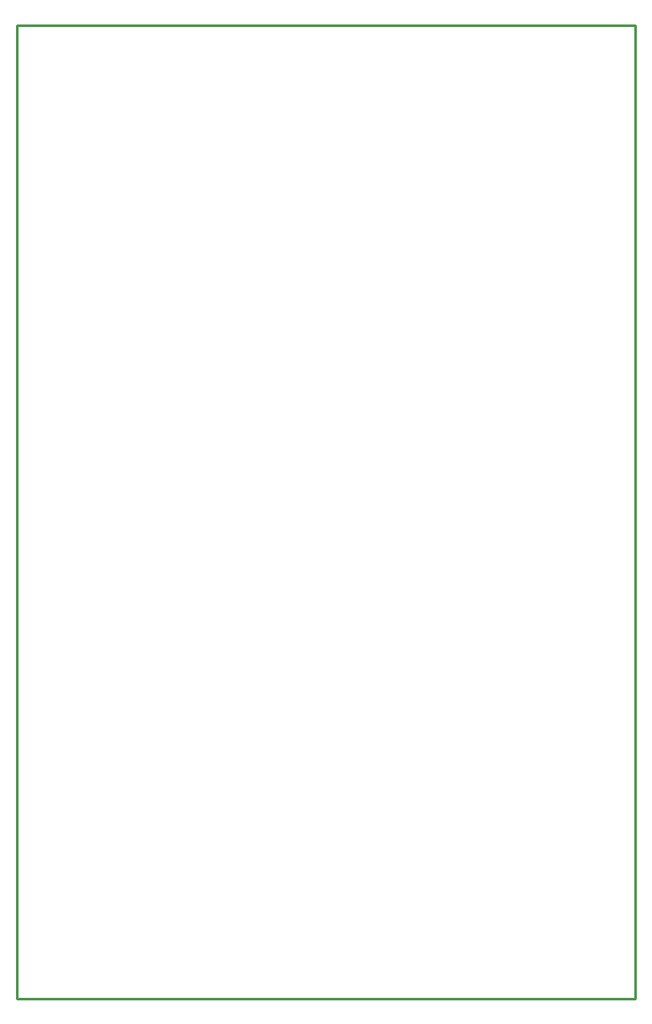
<source format=gko>
G04*
G04 #@! TF.GenerationSoftware,Altium Limited,Altium Designer,19.1.6 (110)*
G04*
G04 Layer_Color=16711935*
%FSLAX23Y23*%
%MOIN*%
G70*
G01*
G75*
%ADD11C,0.010*%
D11*
X0Y0D02*
Y3844D01*
X2447D01*
Y0D02*
Y3844D01*
X0Y0D02*
X2447D01*
M02*

</source>
